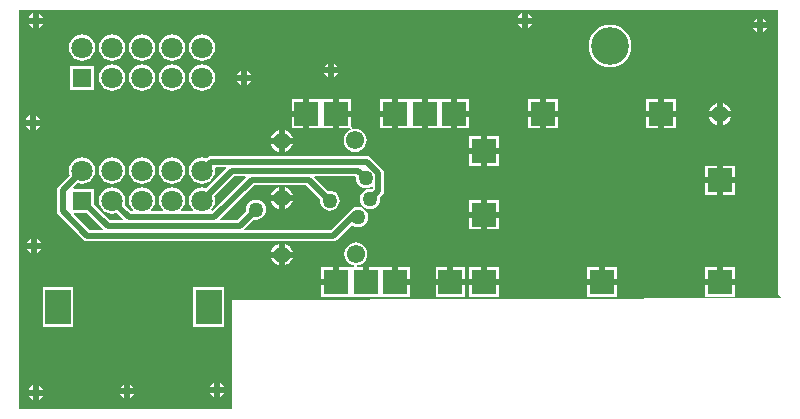
<source format=gbl>
%FSAX24Y24*%
%MOIN*%
G70*
G01*
G75*
G04 Layer_Physical_Order=2*
G04 Layer_Color=16711680*
%ADD10R,0.0787X0.0197*%
%ADD11R,0.0354X0.0787*%
%ADD12R,0.0512X0.0433*%
%ADD13C,0.0200*%
%ADD14C,0.0100*%
%ADD15C,0.0551*%
%ADD16R,0.0787X0.0787*%
%ADD17C,0.0610*%
%ADD18C,0.0709*%
%ADD19R,0.0639X0.0639*%
%ADD20R,0.0866X0.1181*%
%ADD21C,0.1260*%
%ADD22C,0.0300*%
%ADD23C,0.0500*%
G36*
X062250Y024150D02*
X062350Y024050D01*
X062300Y024000D01*
X044050Y023950D01*
Y020300D01*
X044050D01*
Y020300D01*
X036950D01*
Y033600D01*
X062250D01*
Y024150D01*
D02*
G37*
%LPC*%
G36*
X052340Y027274D02*
X051946D01*
Y026880D01*
X052340D01*
Y027274D01*
D02*
G37*
G36*
X052934Y026680D02*
X052540D01*
Y026286D01*
X052934D01*
Y026680D01*
D02*
G37*
G36*
X052340D02*
X051946D01*
Y026286D01*
X052340D01*
Y026680D01*
D02*
G37*
G36*
X052934Y027274D02*
X052540D01*
Y026880D01*
X052934D01*
Y027274D01*
D02*
G37*
G36*
X060220Y027820D02*
X059826D01*
Y027426D01*
X060220D01*
Y027820D01*
D02*
G37*
G36*
X046065Y027240D02*
X045800D01*
Y026975D01*
X045889Y027012D01*
X045968Y027072D01*
X046028Y027150D01*
X046065Y027240D01*
D02*
G37*
G36*
X045600D02*
X045335D01*
X045372Y027150D01*
X045432Y027072D01*
X045511Y027012D01*
X045600Y026975D01*
Y027240D01*
D02*
G37*
G36*
X037684Y025650D02*
X037550D01*
Y025516D01*
X037630Y025570D01*
X037684Y025650D01*
D02*
G37*
G36*
X037350D02*
X037216D01*
X037270Y025570D01*
X037350Y025516D01*
Y025650D01*
D02*
G37*
G36*
X046065Y025350D02*
X045800D01*
Y025085D01*
X045889Y025122D01*
X045968Y025182D01*
X046028Y025261D01*
X046065Y025350D01*
D02*
G37*
G36*
X045600Y025815D02*
X045511Y025778D01*
X045432Y025718D01*
X045372Y025639D01*
X045335Y025550D01*
X045600D01*
Y025815D01*
D02*
G37*
G36*
X037550Y025984D02*
Y025850D01*
X037684D01*
X037630Y025930D01*
X037550Y025984D01*
D02*
G37*
G36*
X037350D02*
X037270Y025930D01*
X037216Y025850D01*
X037350D01*
Y025984D01*
D02*
G37*
G36*
X045800Y025815D02*
Y025550D01*
X046065D01*
X046028Y025639D01*
X045968Y025718D01*
X045889Y025778D01*
X045800Y025815D01*
D02*
G37*
G36*
X060814Y027820D02*
X060420D01*
Y027426D01*
X060814D01*
Y027820D01*
D02*
G37*
G36*
X048558Y028734D02*
X043350D01*
X043291Y028722D01*
X043280Y028720D01*
X043220Y028680D01*
X043199Y028658D01*
X043163Y028673D01*
X043050Y028688D01*
X042937Y028673D01*
X042831Y028629D01*
X042740Y028560D01*
X042671Y028469D01*
X042627Y028363D01*
X042612Y028250D01*
X042627Y028137D01*
X042671Y028031D01*
X042740Y027940D01*
X042831Y027871D01*
X042937Y027827D01*
X043050Y027812D01*
X043163Y027827D01*
X043269Y027871D01*
X043360Y027940D01*
X043429Y028031D01*
X043473Y028137D01*
X043488Y028250D01*
X043478Y028329D01*
X043511Y028366D01*
X043842D01*
X043861Y028320D01*
X043199Y027658D01*
X043163Y027673D01*
X043050Y027688D01*
X042937Y027673D01*
X042831Y027629D01*
X042740Y027560D01*
X042671Y027469D01*
X042627Y027363D01*
X042612Y027250D01*
X042627Y027137D01*
X042671Y027031D01*
X042740Y026940D01*
X042752Y026931D01*
X042736Y026884D01*
X042364D01*
X042348Y026931D01*
X042360Y026940D01*
X042429Y027031D01*
X042473Y027137D01*
X042488Y027250D01*
X042473Y027363D01*
X042429Y027469D01*
X042360Y027560D01*
X042269Y027629D01*
X042163Y027673D01*
X042050Y027688D01*
X041937Y027673D01*
X041831Y027629D01*
X041740Y027560D01*
X041671Y027469D01*
X041627Y027363D01*
X041612Y027250D01*
X041627Y027137D01*
X041671Y027031D01*
X041740Y026940D01*
X041752Y026931D01*
X041736Y026884D01*
X041364D01*
X041348Y026931D01*
X041360Y026940D01*
X041429Y027031D01*
X041473Y027137D01*
X041488Y027250D01*
X041473Y027363D01*
X041429Y027469D01*
X041360Y027560D01*
X041269Y027629D01*
X041163Y027673D01*
X041050Y027688D01*
X040937Y027673D01*
X040831Y027629D01*
X040740Y027560D01*
X040671Y027469D01*
X040627Y027363D01*
X040612Y027250D01*
X040627Y027137D01*
X040671Y027031D01*
X040740Y026940D01*
X040752Y026931D01*
X040736Y026884D01*
X040676D01*
X040458Y027101D01*
X040473Y027137D01*
X040488Y027250D01*
X040473Y027363D01*
X040429Y027469D01*
X040360Y027560D01*
X040269Y027629D01*
X040163Y027673D01*
X040050Y027688D01*
X039937Y027673D01*
X039831Y027629D01*
X039740Y027560D01*
X039671Y027469D01*
X039627Y027363D01*
X039612Y027250D01*
X039627Y027137D01*
X039671Y027031D01*
X039740Y026940D01*
X039831Y026871D01*
X039937Y026827D01*
X040050Y026812D01*
X040163Y026827D01*
X040199Y026842D01*
X040411Y026630D01*
X040392Y026584D01*
X039976D01*
X039450Y027110D01*
Y027650D01*
X038775D01*
X038755Y027696D01*
X038901Y027842D01*
X038937Y027827D01*
X039050Y027812D01*
X039163Y027827D01*
X039269Y027871D01*
X039360Y027940D01*
X039429Y028031D01*
X039473Y028137D01*
X039488Y028250D01*
X039473Y028363D01*
X039429Y028469D01*
X039360Y028560D01*
X039269Y028629D01*
X039163Y028673D01*
X039050Y028688D01*
X038937Y028673D01*
X038831Y028629D01*
X038740Y028560D01*
X038671Y028469D01*
X038627Y028363D01*
X038612Y028250D01*
X038627Y028137D01*
X038642Y028101D01*
X038270Y027730D01*
X038230Y027670D01*
X038228Y027659D01*
X038216Y027600D01*
Y026900D01*
X038228Y026841D01*
X038230Y026830D01*
X038270Y026770D01*
X039100Y025940D01*
X039160Y025900D01*
X039171Y025898D01*
X039230Y025886D01*
X047420D01*
X047479Y025898D01*
X047490Y025900D01*
X047550Y025940D01*
X048048Y026439D01*
X048084Y026412D01*
X048164Y026378D01*
X048250Y026367D01*
X048336Y026378D01*
X048416Y026412D01*
X048485Y026465D01*
X048538Y026534D01*
X048572Y026614D01*
X048583Y026700D01*
X048572Y026786D01*
X048538Y026866D01*
X048485Y026935D01*
X048416Y026988D01*
X048336Y027022D01*
X048250Y027033D01*
X048164Y027022D01*
X048084Y026988D01*
X048015Y026935D01*
X047978Y026887D01*
X047344Y026254D01*
X044478D01*
X044459Y026300D01*
X044785Y026626D01*
X044850Y026617D01*
X044936Y026628D01*
X045016Y026662D01*
X045085Y026715D01*
X045138Y026784D01*
X045172Y026864D01*
X045183Y026950D01*
X045172Y027036D01*
X045138Y027116D01*
X045085Y027185D01*
X045016Y027238D01*
X044936Y027272D01*
X044850Y027283D01*
X044764Y027272D01*
X044684Y027238D01*
X044615Y027185D01*
X044562Y027116D01*
X044528Y027036D01*
X044517Y026950D01*
X044526Y026885D01*
X044224Y026584D01*
X043658D01*
X043639Y026630D01*
X044776Y027766D01*
X045681D01*
X045681Y027766D01*
X045719D01*
X045719Y027766D01*
X046524D01*
X046976Y027315D01*
X046967Y027250D01*
X046978Y027164D01*
X047012Y027084D01*
X047065Y027015D01*
X047134Y026962D01*
X047214Y026928D01*
X047300Y026917D01*
X047386Y026928D01*
X047466Y026962D01*
X047535Y027015D01*
X047588Y027084D01*
X047622Y027164D01*
X047633Y027250D01*
X047622Y027336D01*
X047588Y027416D01*
X047535Y027485D01*
X047466Y027538D01*
X047386Y027572D01*
X047300Y027583D01*
X047235Y027574D01*
X046789Y028020D01*
X046808Y028066D01*
X048138D01*
X048171Y028029D01*
X048167Y028000D01*
X048178Y027914D01*
X048212Y027834D01*
X048265Y027765D01*
X048334Y027712D01*
X048414Y027678D01*
X048500Y027667D01*
X048586Y027678D01*
X048666Y027712D01*
X048702Y027739D01*
X048746Y027717D01*
Y027658D01*
X048709Y027625D01*
X048650Y027633D01*
X048564Y027622D01*
X048484Y027588D01*
X048415Y027535D01*
X048362Y027466D01*
X048328Y027386D01*
X048317Y027300D01*
X048328Y027214D01*
X048362Y027134D01*
X048415Y027065D01*
X048484Y027012D01*
X048564Y026978D01*
X048650Y026967D01*
X048736Y026978D01*
X048816Y027012D01*
X048885Y027065D01*
X048938Y027134D01*
X048972Y027214D01*
X048983Y027300D01*
X048974Y027365D01*
X049060Y027450D01*
X049100Y027510D01*
X049102Y027521D01*
X049114Y027580D01*
Y028178D01*
X049100Y028248D01*
X049086Y028268D01*
X049060Y028308D01*
X048688Y028680D01*
X048628Y028720D01*
X048617Y028722D01*
X048558Y028734D01*
D02*
G37*
G36*
X052934Y028800D02*
X052540D01*
Y028406D01*
X052934D01*
Y028800D01*
D02*
G37*
G36*
X052340D02*
X051946D01*
Y028406D01*
X052340D01*
Y028800D01*
D02*
G37*
G36*
X045600Y029130D02*
X045335D01*
X045372Y029041D01*
X045432Y028962D01*
X045511Y028902D01*
X045600Y028865D01*
Y029130D01*
D02*
G37*
G36*
X052340Y029394D02*
X051946D01*
Y029000D01*
X052340D01*
Y029394D01*
D02*
G37*
G36*
X048014Y030050D02*
X047620D01*
Y029656D01*
X047991D01*
X047992Y029653D01*
D01*
X048001Y029607D01*
X047961Y029591D01*
X047881Y029529D01*
X047819Y029449D01*
X047780Y029355D01*
X047767Y029255D01*
X047780Y029154D01*
X047819Y029060D01*
X047881Y028980D01*
X047961Y028918D01*
X048055Y028879D01*
X048156Y028866D01*
X048256Y028879D01*
X048350Y028918D01*
X048430Y028980D01*
X048492Y029060D01*
X048531Y029154D01*
X048544Y029255D01*
X048531Y029355D01*
X048492Y029449D01*
X048430Y029529D01*
X048350Y029591D01*
X048256Y029630D01*
X048156Y029643D01*
X048055Y029630D01*
X048039Y029667D01*
X048039D01*
X048036Y029675D01*
D01*
X048014Y029729D01*
Y030050D01*
D02*
G37*
G36*
X046065Y029130D02*
X045800D01*
Y028865D01*
X045889Y028902D01*
X045968Y028962D01*
X046028Y029041D01*
X046065Y029130D01*
D02*
G37*
G36*
X040050Y028688D02*
X039937Y028673D01*
X039831Y028629D01*
X039740Y028560D01*
X039671Y028469D01*
X039627Y028363D01*
X039612Y028250D01*
X039627Y028137D01*
X039671Y028031D01*
X039740Y027940D01*
X039831Y027871D01*
X039937Y027827D01*
X040050Y027812D01*
X040163Y027827D01*
X040269Y027871D01*
X040360Y027940D01*
X040429Y028031D01*
X040473Y028137D01*
X040488Y028250D01*
X040473Y028363D01*
X040429Y028469D01*
X040360Y028560D01*
X040269Y028629D01*
X040163Y028673D01*
X040050Y028688D01*
D02*
G37*
G36*
X045800Y027705D02*
Y027440D01*
X046065D01*
X046028Y027529D01*
X045968Y027608D01*
X045889Y027668D01*
X045800Y027705D01*
D02*
G37*
G36*
X045600D02*
X045511Y027668D01*
X045432Y027608D01*
X045372Y027529D01*
X045335Y027440D01*
X045600D01*
Y027705D01*
D02*
G37*
G36*
X041050Y028688D02*
X040937Y028673D01*
X040831Y028629D01*
X040740Y028560D01*
X040671Y028469D01*
X040627Y028363D01*
X040612Y028250D01*
X040627Y028137D01*
X040671Y028031D01*
X040740Y027940D01*
X040831Y027871D01*
X040937Y027827D01*
X041050Y027812D01*
X041163Y027827D01*
X041269Y027871D01*
X041360Y027940D01*
X041429Y028031D01*
X041473Y028137D01*
X041488Y028250D01*
X041473Y028363D01*
X041429Y028469D01*
X041360Y028560D01*
X041269Y028629D01*
X041163Y028673D01*
X041050Y028688D01*
D02*
G37*
G36*
X060814Y028414D02*
X060420D01*
Y028020D01*
X060814D01*
Y028414D01*
D02*
G37*
G36*
X060220D02*
X059826D01*
Y028020D01*
X060220D01*
Y028414D01*
D02*
G37*
G36*
X042050Y028688D02*
X041937Y028673D01*
X041831Y028629D01*
X041740Y028560D01*
X041671Y028469D01*
X041627Y028363D01*
X041612Y028250D01*
X041627Y028137D01*
X041671Y028031D01*
X041740Y027940D01*
X041831Y027871D01*
X041937Y027827D01*
X042050Y027812D01*
X042163Y027827D01*
X042269Y027871D01*
X042360Y027940D01*
X042429Y028031D01*
X042473Y028137D01*
X042488Y028250D01*
X042473Y028363D01*
X042429Y028469D01*
X042360Y028560D01*
X042269Y028629D01*
X042163Y028673D01*
X042050Y028688D01*
D02*
G37*
G36*
X045600Y025350D02*
X045335D01*
X045372Y025261D01*
X045432Y025182D01*
X045511Y025122D01*
X045600Y025085D01*
Y025350D01*
D02*
G37*
G36*
X040650Y021134D02*
Y021000D01*
X040784D01*
X040730Y021080D01*
X040650Y021134D01*
D02*
G37*
G36*
X040450D02*
X040370Y021080D01*
X040316Y021000D01*
X040450D01*
Y021134D01*
D02*
G37*
G36*
X037600Y021084D02*
Y020950D01*
X037734D01*
X037680Y021030D01*
X037600Y021084D01*
D02*
G37*
G36*
X043450Y021184D02*
X043370Y021130D01*
X043316Y021050D01*
X043450D01*
Y021184D01*
D02*
G37*
G36*
X043783Y024371D02*
X042757D01*
Y023029D01*
X043783D01*
Y024371D01*
D02*
G37*
G36*
X038763D02*
X037737D01*
Y023029D01*
X038763D01*
Y024371D01*
D02*
G37*
G36*
X043650Y021184D02*
Y021050D01*
X043784D01*
X043730Y021130D01*
X043650Y021184D01*
D02*
G37*
G36*
X040450Y020800D02*
X040316D01*
X040370Y020720D01*
X040450Y020666D01*
Y020800D01*
D02*
G37*
G36*
X037734Y020750D02*
X037600D01*
Y020616D01*
X037680Y020670D01*
X037734Y020750D01*
D02*
G37*
G36*
X037400D02*
X037266D01*
X037320Y020670D01*
X037400Y020616D01*
Y020750D01*
D02*
G37*
G36*
X040784Y020800D02*
X040650D01*
Y020666D01*
X040730Y020720D01*
X040784Y020800D01*
D02*
G37*
G36*
X037400Y021084D02*
X037320Y021030D01*
X037266Y020950D01*
X037400D01*
Y021084D01*
D02*
G37*
G36*
X043784Y020850D02*
X043650D01*
Y020716D01*
X043730Y020770D01*
X043784Y020850D01*
D02*
G37*
G36*
X043450D02*
X043316D01*
X043370Y020770D01*
X043450Y020716D01*
Y020850D01*
D02*
G37*
G36*
X048175Y025854D02*
X048075Y025840D01*
X047981Y025802D01*
X047901Y025740D01*
X047839Y025659D01*
X047800Y025566D01*
X047787Y025465D01*
X047800Y025365D01*
X047839Y025271D01*
X047901Y025191D01*
X047981Y025129D01*
X048075Y025090D01*
X048123Y025084D01*
X048120Y025034D01*
X047620D01*
Y024540D01*
X047520D01*
Y024440D01*
X047026D01*
Y024046D01*
X049974D01*
Y024440D01*
X049480D01*
Y024540D01*
X049380D01*
Y025034D01*
X048600D01*
Y024540D01*
X048400D01*
Y025034D01*
X048230D01*
X048227Y025084D01*
X048276Y025090D01*
X048369Y025129D01*
X048450Y025191D01*
X048512Y025271D01*
X048550Y025365D01*
X048564Y025465D01*
X048550Y025566D01*
X048512Y025659D01*
X048450Y025740D01*
X048369Y025802D01*
X048276Y025840D01*
X048175Y025854D01*
D02*
G37*
G36*
X052934Y025034D02*
X052540D01*
Y024640D01*
X052934D01*
Y025034D01*
D02*
G37*
G36*
X052340D02*
X051946D01*
Y024640D01*
X052340D01*
Y025034D01*
D02*
G37*
G36*
X051824D02*
X051430D01*
Y024640D01*
X051824D01*
Y025034D01*
D02*
G37*
G36*
X056280D02*
X055886D01*
Y024640D01*
X056280D01*
Y025034D01*
D02*
G37*
G36*
X060814D02*
X060420D01*
Y024640D01*
X060814D01*
Y025034D01*
D02*
G37*
G36*
X060220D02*
X059826D01*
Y024640D01*
X060220D01*
Y025034D01*
D02*
G37*
G36*
X056874D02*
X056480D01*
Y024640D01*
X056874D01*
Y025034D01*
D02*
G37*
G36*
Y024440D02*
X055886D01*
Y024046D01*
X056874D01*
Y024440D01*
D02*
G37*
G36*
X052934D02*
X051946D01*
Y024046D01*
X052934D01*
Y024440D01*
D02*
G37*
G36*
X051824D02*
X050836D01*
Y024046D01*
X051824D01*
Y024440D01*
D02*
G37*
G36*
X060814D02*
X059826D01*
Y024046D01*
X060814D01*
Y024440D01*
D02*
G37*
G36*
X051230Y025034D02*
X050836D01*
Y024640D01*
X051230D01*
Y025034D01*
D02*
G37*
G36*
X049974D02*
X049580D01*
Y024640D01*
X049974D01*
Y025034D01*
D02*
G37*
G36*
X047420D02*
X047026D01*
Y024640D01*
X047420D01*
Y025034D01*
D02*
G37*
G36*
X044550Y031584D02*
Y031450D01*
X044684D01*
X044630Y031530D01*
X044550Y031584D01*
D02*
G37*
G36*
X044350D02*
X044270Y031530D01*
X044216Y031450D01*
X044350D01*
Y031584D01*
D02*
G37*
G36*
X047584Y031500D02*
X047450D01*
Y031366D01*
X047530Y031420D01*
X047584Y031500D01*
D02*
G37*
G36*
X056650Y033113D02*
X056511Y033100D01*
X056377Y033059D01*
X056254Y032993D01*
X056146Y032904D01*
X056057Y032796D01*
X055991Y032673D01*
X055950Y032539D01*
X055937Y032400D01*
X055950Y032261D01*
X055991Y032127D01*
X056057Y032004D01*
X056146Y031896D01*
X056254Y031807D01*
X056377Y031741D01*
X056511Y031700D01*
X056650Y031687D01*
X056789Y031700D01*
X056923Y031741D01*
X057046Y031807D01*
X057154Y031896D01*
X057243Y032004D01*
X057309Y032127D01*
X057350Y032261D01*
X057363Y032400D01*
X057350Y032539D01*
X057309Y032673D01*
X057243Y032796D01*
X057154Y032904D01*
X057046Y032993D01*
X056923Y033059D01*
X056789Y033100D01*
X056650Y033113D01*
D02*
G37*
G36*
X039050Y032788D02*
X038937Y032773D01*
X038831Y032729D01*
X038740Y032660D01*
X038671Y032569D01*
X038627Y032463D01*
X038612Y032350D01*
X038627Y032237D01*
X038671Y032131D01*
X038740Y032040D01*
X038831Y031971D01*
X038937Y031927D01*
X039050Y031912D01*
X039163Y031927D01*
X039269Y031971D01*
X039360Y032040D01*
X039429Y032131D01*
X039473Y032237D01*
X039488Y032350D01*
X039473Y032463D01*
X039429Y032569D01*
X039360Y032660D01*
X039269Y032729D01*
X039163Y032773D01*
X039050Y032788D01*
D02*
G37*
G36*
X047450Y031834D02*
Y031700D01*
X047584D01*
X047530Y031780D01*
X047450Y031834D01*
D02*
G37*
G36*
X047250D02*
X047170Y031780D01*
X047116Y031700D01*
X047250D01*
Y031834D01*
D02*
G37*
G36*
Y031500D02*
X047116D01*
X047170Y031420D01*
X047250Y031366D01*
Y031500D01*
D02*
G37*
G36*
X042050Y031788D02*
X041937Y031773D01*
X041831Y031729D01*
X041740Y031660D01*
X041671Y031569D01*
X041627Y031463D01*
X041612Y031350D01*
X041627Y031237D01*
X041671Y031131D01*
X041740Y031040D01*
X041831Y030971D01*
X041937Y030927D01*
X042050Y030912D01*
X042163Y030927D01*
X042269Y030971D01*
X042360Y031040D01*
X042429Y031131D01*
X042473Y031237D01*
X042488Y031350D01*
X042473Y031463D01*
X042429Y031569D01*
X042360Y031660D01*
X042269Y031729D01*
X042163Y031773D01*
X042050Y031788D01*
D02*
G37*
G36*
X041050D02*
X040937Y031773D01*
X040831Y031729D01*
X040740Y031660D01*
X040671Y031569D01*
X040627Y031463D01*
X040612Y031350D01*
X040627Y031237D01*
X040671Y031131D01*
X040740Y031040D01*
X040831Y030971D01*
X040937Y030927D01*
X041050Y030912D01*
X041163Y030927D01*
X041269Y030971D01*
X041360Y031040D01*
X041429Y031131D01*
X041473Y031237D01*
X041488Y031350D01*
X041473Y031463D01*
X041429Y031569D01*
X041360Y031660D01*
X041269Y031729D01*
X041163Y031773D01*
X041050Y031788D01*
D02*
G37*
G36*
X040050D02*
X039937Y031773D01*
X039831Y031729D01*
X039740Y031660D01*
X039671Y031569D01*
X039627Y031463D01*
X039612Y031350D01*
X039627Y031237D01*
X039671Y031131D01*
X039740Y031040D01*
X039831Y030971D01*
X039937Y030927D01*
X040050Y030912D01*
X040163Y030927D01*
X040269Y030971D01*
X040360Y031040D01*
X040429Y031131D01*
X040473Y031237D01*
X040488Y031350D01*
X040473Y031463D01*
X040429Y031569D01*
X040360Y031660D01*
X040269Y031729D01*
X040163Y031773D01*
X040050Y031788D01*
D02*
G37*
G36*
X043050D02*
X042937Y031773D01*
X042831Y031729D01*
X042740Y031660D01*
X042671Y031569D01*
X042627Y031463D01*
X042612Y031350D01*
X042627Y031237D01*
X042671Y031131D01*
X042740Y031040D01*
X042831Y030971D01*
X042937Y030927D01*
X043050Y030912D01*
X043163Y030927D01*
X043269Y030971D01*
X043360Y031040D01*
X043429Y031131D01*
X043473Y031237D01*
X043488Y031350D01*
X043473Y031463D01*
X043429Y031569D01*
X043360Y031660D01*
X043269Y031729D01*
X043163Y031773D01*
X043050Y031788D01*
D02*
G37*
G36*
X044684Y031250D02*
X044550D01*
Y031116D01*
X044630Y031170D01*
X044684Y031250D01*
D02*
G37*
G36*
X044350D02*
X044216D01*
X044270Y031170D01*
X044350Y031116D01*
Y031250D01*
D02*
G37*
G36*
X039450Y031750D02*
X038650D01*
Y030950D01*
X039450D01*
Y031750D01*
D02*
G37*
G36*
X040050Y032788D02*
X039937Y032773D01*
X039831Y032729D01*
X039740Y032660D01*
X039671Y032569D01*
X039627Y032463D01*
X039612Y032350D01*
X039627Y032237D01*
X039671Y032131D01*
X039740Y032040D01*
X039831Y031971D01*
X039937Y031927D01*
X040050Y031912D01*
X040163Y031927D01*
X040269Y031971D01*
X040360Y032040D01*
X040429Y032131D01*
X040473Y032237D01*
X040488Y032350D01*
X040473Y032463D01*
X040429Y032569D01*
X040360Y032660D01*
X040269Y032729D01*
X040163Y032773D01*
X040050Y032788D01*
D02*
G37*
G36*
X061750Y033334D02*
Y033200D01*
X061884D01*
X061830Y033280D01*
X061750Y033334D01*
D02*
G37*
G36*
X061550D02*
X061470Y033280D01*
X061416Y033200D01*
X061550D01*
Y033334D01*
D02*
G37*
G36*
X054034Y033150D02*
X053900D01*
Y033016D01*
X053980Y033070D01*
X054034Y033150D01*
D02*
G37*
G36*
X037400Y033484D02*
X037320Y033430D01*
X037266Y033350D01*
X037400D01*
Y033484D01*
D02*
G37*
G36*
X053900D02*
Y033350D01*
X054034D01*
X053980Y033430D01*
X053900Y033484D01*
D02*
G37*
G36*
X053700D02*
X053620Y033430D01*
X053566Y033350D01*
X053700D01*
Y033484D01*
D02*
G37*
G36*
X037600D02*
Y033350D01*
X037734D01*
X037680Y033430D01*
X037600Y033484D01*
D02*
G37*
G36*
X053700Y033150D02*
X053566D01*
X053620Y033070D01*
X053700Y033016D01*
Y033150D01*
D02*
G37*
G36*
X043050Y032788D02*
X042937Y032773D01*
X042831Y032729D01*
X042740Y032660D01*
X042671Y032569D01*
X042627Y032463D01*
X042612Y032350D01*
X042627Y032237D01*
X042671Y032131D01*
X042740Y032040D01*
X042831Y031971D01*
X042937Y031927D01*
X043050Y031912D01*
X043163Y031927D01*
X043269Y031971D01*
X043360Y032040D01*
X043429Y032131D01*
X043473Y032237D01*
X043488Y032350D01*
X043473Y032463D01*
X043429Y032569D01*
X043360Y032660D01*
X043269Y032729D01*
X043163Y032773D01*
X043050Y032788D01*
D02*
G37*
G36*
X042050D02*
X041937Y032773D01*
X041831Y032729D01*
X041740Y032660D01*
X041671Y032569D01*
X041627Y032463D01*
X041612Y032350D01*
X041627Y032237D01*
X041671Y032131D01*
X041740Y032040D01*
X041831Y031971D01*
X041937Y031927D01*
X042050Y031912D01*
X042163Y031927D01*
X042269Y031971D01*
X042360Y032040D01*
X042429Y032131D01*
X042473Y032237D01*
X042488Y032350D01*
X042473Y032463D01*
X042429Y032569D01*
X042360Y032660D01*
X042269Y032729D01*
X042163Y032773D01*
X042050Y032788D01*
D02*
G37*
G36*
X041050D02*
X040937Y032773D01*
X040831Y032729D01*
X040740Y032660D01*
X040671Y032569D01*
X040627Y032463D01*
X040612Y032350D01*
X040627Y032237D01*
X040671Y032131D01*
X040740Y032040D01*
X040831Y031971D01*
X040937Y031927D01*
X041050Y031912D01*
X041163Y031927D01*
X041269Y031971D01*
X041360Y032040D01*
X041429Y032131D01*
X041473Y032237D01*
X041488Y032350D01*
X041473Y032463D01*
X041429Y032569D01*
X041360Y032660D01*
X041269Y032729D01*
X041163Y032773D01*
X041050Y032788D01*
D02*
G37*
G36*
X061550Y033000D02*
X061416D01*
X061470Y032920D01*
X061550Y032866D01*
Y033000D01*
D02*
G37*
G36*
X037734Y033150D02*
X037600D01*
Y033016D01*
X037680Y033070D01*
X037734Y033150D01*
D02*
G37*
G36*
X037400D02*
X037266D01*
X037320Y033070D01*
X037400Y033016D01*
Y033150D01*
D02*
G37*
G36*
X061884Y033000D02*
X061750D01*
Y032866D01*
X061830Y032920D01*
X061884Y033000D01*
D02*
G37*
G36*
X054904Y030050D02*
X054510D01*
Y029656D01*
X054904D01*
Y030050D01*
D02*
G37*
G36*
X054310D02*
X053916D01*
Y029656D01*
X054310D01*
Y030050D01*
D02*
G37*
G36*
X051948D02*
X051554D01*
Y029656D01*
X051948D01*
Y030050D01*
D02*
G37*
G36*
X058250D02*
X057856D01*
Y029656D01*
X058250D01*
Y030050D01*
D02*
G37*
G36*
X060686Y030021D02*
X060421D01*
Y029756D01*
X060510Y029793D01*
X060589Y029853D01*
X060649Y029931D01*
X060686Y030021D01*
D02*
G37*
G36*
X060221D02*
X059956D01*
X059993Y029931D01*
X060053Y029853D01*
X060131Y029793D01*
X060221Y029756D01*
Y030021D01*
D02*
G37*
G36*
X058844Y030050D02*
X058450D01*
Y029656D01*
X058844D01*
Y030050D01*
D02*
G37*
G36*
X051354Y030644D02*
X050570D01*
Y030150D01*
Y029656D01*
X051354D01*
Y030150D01*
Y030644D01*
D02*
G37*
G36*
X045800Y029595D02*
Y029330D01*
X046065D01*
X046028Y029419D01*
X045968Y029498D01*
X045889Y029558D01*
X045800Y029595D01*
D02*
G37*
G36*
X045600D02*
X045511Y029558D01*
X045432Y029498D01*
X045372Y029419D01*
X045335Y029330D01*
X045600D01*
Y029595D01*
D02*
G37*
G36*
X052934Y029394D02*
X052540D01*
Y029000D01*
X052934D01*
Y029394D01*
D02*
G37*
G36*
X037300Y029750D02*
X037166D01*
X037220Y029670D01*
X037300Y029616D01*
Y029750D01*
D02*
G37*
G36*
X049380Y030050D02*
X048986D01*
Y029656D01*
X049380D01*
Y030050D01*
D02*
G37*
G36*
X046430D02*
X046036D01*
Y029656D01*
X046430D01*
Y030050D01*
D02*
G37*
G36*
X037634Y029750D02*
X037500D01*
Y029616D01*
X037580Y029670D01*
X037634Y029750D01*
D02*
G37*
G36*
X037300Y030084D02*
X037220Y030030D01*
X037166Y029950D01*
X037300D01*
Y030084D01*
D02*
G37*
G36*
X054310Y030644D02*
X053916D01*
Y030250D01*
X054310D01*
Y030644D01*
D02*
G37*
G36*
X051948D02*
X051554D01*
Y030250D01*
X051948D01*
Y030644D01*
D02*
G37*
G36*
X047059Y030644D02*
Y030644D01*
X047026Y030644D01*
X047025D01*
X047024D01*
X046991Y030644D01*
X046991Y030644D01*
Y030644D01*
X046630D01*
Y030150D01*
Y029656D01*
X046991D01*
X046991Y029656D01*
Y029656D01*
X047024Y029656D01*
X047025D01*
X047026D01*
X047059Y029656D01*
X047059Y029656D01*
Y029656D01*
X047420D01*
Y030150D01*
Y030644D01*
X047059D01*
X047059Y030644D01*
D02*
G37*
G36*
X058844Y030644D02*
X058450D01*
Y030250D01*
X058844D01*
Y030644D01*
D02*
G37*
G36*
X058250D02*
X057856D01*
Y030250D01*
X058250D01*
Y030644D01*
D02*
G37*
G36*
X054904D02*
X054510D01*
Y030250D01*
X054904D01*
Y030644D01*
D02*
G37*
G36*
X049380D02*
X048986D01*
Y030250D01*
X049380D01*
Y030644D01*
D02*
G37*
G36*
X050009Y030644D02*
Y030644D01*
X049976Y030644D01*
X049975D01*
X049974D01*
X049941Y030644D01*
X049941Y030644D01*
Y030644D01*
X049580D01*
Y030150D01*
Y029656D01*
X049941D01*
X049941Y029656D01*
Y029656D01*
X049974Y029656D01*
X049975D01*
X049976D01*
X050009Y029656D01*
X050009Y029656D01*
Y029656D01*
X050370D01*
Y030150D01*
Y030644D01*
X050009D01*
X050009Y030644D01*
D02*
G37*
G36*
X060221Y030486D02*
X060131Y030449D01*
X060053Y030389D01*
X059993Y030310D01*
X059956Y030221D01*
X060221D01*
Y030486D01*
D02*
G37*
G36*
X037500Y030084D02*
Y029950D01*
X037634D01*
X037580Y030030D01*
X037500Y030084D01*
D02*
G37*
G36*
X048014Y030644D02*
X047620D01*
Y030250D01*
X048014D01*
Y030644D01*
D02*
G37*
G36*
X046430D02*
X046036D01*
Y030250D01*
X046430D01*
Y030644D01*
D02*
G37*
G36*
X060421Y030486D02*
Y030221D01*
X060686D01*
X060649Y030310D01*
X060589Y030389D01*
X060510Y030449D01*
X060421Y030486D01*
D02*
G37*
%LPD*%
G36*
X044511Y028020D02*
X043400Y026909D01*
X043351Y026921D01*
X043348Y026931D01*
X043360Y026940D01*
X043429Y027031D01*
X043473Y027137D01*
X043488Y027250D01*
X043473Y027363D01*
X043458Y027399D01*
X044126Y028066D01*
X044492D01*
X044511Y028020D01*
D02*
G37*
G36*
X039741Y026300D02*
X039722Y026254D01*
X039306D01*
X038755Y026804D01*
X038775Y026850D01*
X039190D01*
X039741Y026300D01*
D02*
G37*
D13*
X048150Y026800D02*
X048250Y026700D01*
X040600D02*
X043450D01*
X040050Y027250D02*
X040600Y026700D01*
X039900Y026400D02*
X044300D01*
X039050Y027250D02*
X039900Y026400D01*
X044300D02*
X044850Y026950D01*
X039230Y026070D02*
X047420D01*
X038400Y026900D02*
X039230Y026070D01*
X047420D02*
X048150Y026800D01*
X038400Y026900D02*
Y027600D01*
X039050Y028250D01*
X048930Y027580D02*
Y028178D01*
X048650Y027300D02*
X048930Y027580D01*
X043050Y028250D02*
X043350Y028550D01*
X048558D01*
X048930Y028178D01*
X043050Y027250D02*
X044050Y028250D01*
X048250D01*
X048500Y028000D01*
X043450Y026700D02*
X044700Y027950D01*
X046600D01*
X047300Y027250D01*
D15*
X045700Y025450D02*
D03*
X060321Y030121D02*
D03*
X045700Y029230D02*
D03*
Y027340D02*
D03*
D16*
X051454Y030150D02*
D03*
X048500Y024540D02*
D03*
X052440D02*
D03*
X056380D02*
D03*
X049480D02*
D03*
X051330D02*
D03*
X060320D02*
D03*
X052440Y026780D02*
D03*
Y028900D02*
D03*
X054410Y030150D02*
D03*
X058350D02*
D03*
X060320Y027920D02*
D03*
X050470Y030150D02*
D03*
X049480D02*
D03*
X047520D02*
D03*
X046530D02*
D03*
X047520Y024540D02*
D03*
D17*
X048175Y025465D02*
D03*
X048156Y029255D02*
D03*
D18*
X039050Y028250D02*
D03*
X040050D02*
D03*
X041050D02*
D03*
X042050D02*
D03*
X043050D02*
D03*
Y027250D02*
D03*
X042050D02*
D03*
X041050D02*
D03*
X040050D02*
D03*
X039050Y032350D02*
D03*
X040050D02*
D03*
X041050D02*
D03*
X042050D02*
D03*
X043050D02*
D03*
Y031350D02*
D03*
X042050D02*
D03*
X041050D02*
D03*
X040050D02*
D03*
D19*
X039050Y027250D02*
D03*
Y031350D02*
D03*
D20*
X038250Y023700D02*
D03*
X043270D02*
D03*
D21*
X056650Y032400D02*
D03*
D22*
X047350Y031600D02*
D03*
X044450Y031350D02*
D03*
X061650Y033100D02*
D03*
X053800Y033250D02*
D03*
X037500D02*
D03*
X037400Y029850D02*
D03*
X037450Y025750D02*
D03*
X037500Y020850D02*
D03*
X040550Y020900D02*
D03*
X043550Y020950D02*
D03*
D23*
X048250Y026700D02*
D03*
X047300Y027250D02*
D03*
X044850Y026950D02*
D03*
X048650Y027300D02*
D03*
X048500Y028000D02*
D03*
M02*

</source>
